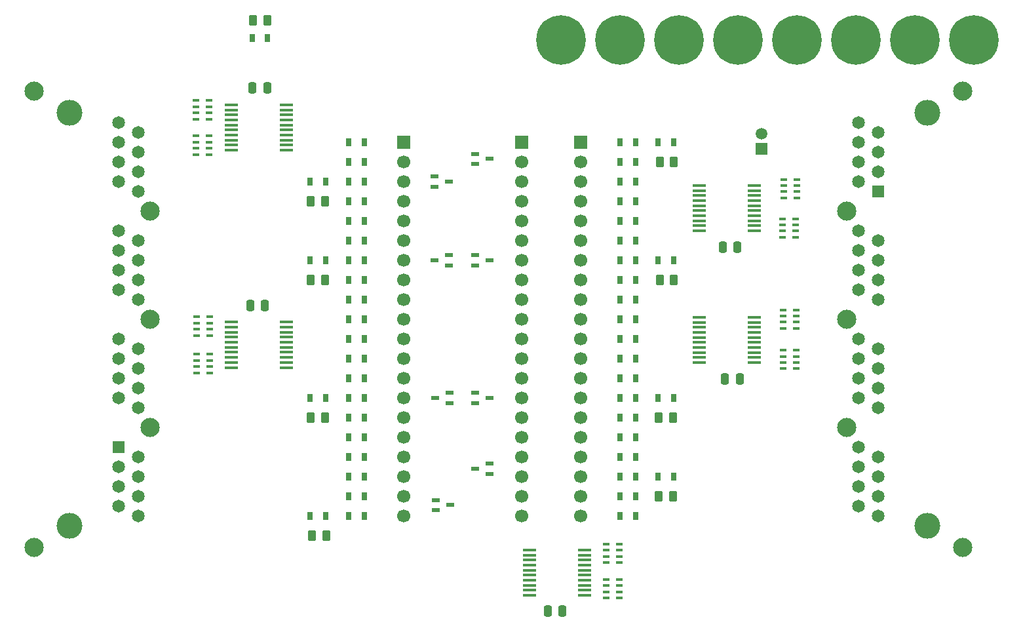
<source format=gts>
%TF.GenerationSoftware,KiCad,Pcbnew,9.0.7-9.0.7~ubuntu24.04.1*%
%TF.CreationDate,2026-01-12T12:44:33+02:00*%
%TF.ProjectId,HCP65 40 Pin Tester,48435036-3520-4343-9020-50696e205465,V1*%
%TF.SameCoordinates,Original*%
%TF.FileFunction,Soldermask,Top*%
%TF.FilePolarity,Negative*%
%FSLAX46Y46*%
G04 Gerber Fmt 4.6, Leading zero omitted, Abs format (unit mm)*
G04 Created by KiCad (PCBNEW 9.0.7-9.0.7~ubuntu24.04.1) date 2026-01-12 12:44:33*
%MOMM*%
%LPD*%
G01*
G04 APERTURE LIST*
G04 Aperture macros list*
%AMRoundRect*
0 Rectangle with rounded corners*
0 $1 Rounding radius*
0 $2 $3 $4 $5 $6 $7 $8 $9 X,Y pos of 4 corners*
0 Add a 4 corners polygon primitive as box body*
4,1,4,$2,$3,$4,$5,$6,$7,$8,$9,$2,$3,0*
0 Add four circle primitives for the rounded corners*
1,1,$1+$1,$2,$3*
1,1,$1+$1,$4,$5*
1,1,$1+$1,$6,$7*
1,1,$1+$1,$8,$9*
0 Add four rect primitives between the rounded corners*
20,1,$1+$1,$2,$3,$4,$5,0*
20,1,$1+$1,$4,$5,$6,$7,0*
20,1,$1+$1,$6,$7,$8,$9,0*
20,1,$1+$1,$8,$9,$2,$3,0*%
G04 Aperture macros list end*
%ADD10RoundRect,0.250000X0.250000X0.475000X-0.250000X0.475000X-0.250000X-0.475000X0.250000X-0.475000X0*%
%ADD11R,0.800000X1.000000*%
%ADD12C,6.400000*%
%ADD13R,1.500000X1.500000*%
%ADD14C,1.500000*%
%ADD15RoundRect,0.250000X-0.262500X-0.450000X0.262500X-0.450000X0.262500X0.450000X-0.262500X0.450000X0*%
%ADD16R,1.800000X0.450000*%
%ADD17R,0.900000X0.450000*%
%ADD18R,1.000000X0.550000*%
%ADD19RoundRect,0.250000X-0.250000X-0.475000X0.250000X-0.475000X0.250000X0.475000X-0.250000X0.475000X0*%
%ADD20C,3.330000*%
%ADD21R,1.650000X1.650000*%
%ADD22C,1.650000*%
%ADD23C,2.475000*%
%ADD24R,1.700000X1.700000*%
%ADD25C,1.700000*%
G04 APERTURE END LIST*
D10*
%TO.C,C5*%
X17018000Y-23622000D03*
X18918000Y-23622000D03*
%TD*%
D11*
%TO.C,LED36*%
X66802000Y-20320000D03*
X64801999Y-20320000D03*
%TD*%
%TO.C,LED4*%
X71736500Y-35560000D03*
X69736499Y-35560000D03*
%TD*%
D12*
%TO.C,H5*%
X80010000Y10668000D03*
%TD*%
D11*
%TO.C,LED39*%
X66802000Y-12700000D03*
X64801999Y-12700000D03*
%TD*%
D12*
%TO.C,H4*%
X72390000Y10668000D03*
%TD*%
D11*
%TO.C,LED25*%
X66802000Y-7620000D03*
X64801999Y-7620000D03*
%TD*%
%TO.C,LED29*%
X29734000Y-48260000D03*
X31734001Y-48260000D03*
%TD*%
D13*
%TO.C,C10*%
X83058000Y-3429000D03*
D14*
X83058000Y-1428999D03*
%TD*%
D11*
%TO.C,LED19*%
X29734000Y-33020000D03*
X31734001Y-33020000D03*
%TD*%
D15*
%TO.C,R1*%
X24868500Y-10150000D03*
X26693500Y-10150000D03*
%TD*%
D11*
%TO.C,LED12*%
X29734000Y-10160000D03*
X31734001Y-10160000D03*
%TD*%
D15*
%TO.C,R11*%
X69810500Y-48250000D03*
X71635500Y-48250000D03*
%TD*%
D11*
%TO.C,LED14*%
X29734000Y-5080000D03*
X31734001Y-5080000D03*
%TD*%
%TO.C,LED5*%
X24767500Y-50800000D03*
X26767501Y-50800000D03*
%TD*%
%TO.C,LED46*%
X66802000Y-35560000D03*
X64801999Y-35560000D03*
%TD*%
D12*
%TO.C,H2*%
X57150000Y10668000D03*
%TD*%
D11*
%TO.C,LED20*%
X29734000Y-30480000D03*
X31734001Y-30480000D03*
%TD*%
%TO.C,LED1*%
X24767500Y-7620000D03*
X26767501Y-7620000D03*
%TD*%
D16*
%TO.C,IC4*%
X82169000Y-13978000D03*
X82169000Y-13328000D03*
X82169001Y-12678000D03*
X82169000Y-12028000D03*
X82169000Y-11378000D03*
X82169000Y-10728000D03*
X82169000Y-10078000D03*
X82169001Y-9428000D03*
X82169000Y-8778000D03*
X82169000Y-8128000D03*
X75069000Y-8128000D03*
X75069000Y-8778000D03*
X75068999Y-9428000D03*
X75069000Y-10078000D03*
X75069000Y-10728000D03*
X75069000Y-11378000D03*
X75069000Y-12028000D03*
X75068999Y-12678000D03*
X75069000Y-13328000D03*
X75069000Y-13978000D03*
%TD*%
D11*
%TO.C,LED30*%
X29734000Y-45720000D03*
X31734001Y-45720000D03*
%TD*%
D17*
%TO.C,RN1*%
X11674000Y-4121000D03*
X11674000Y-3321000D03*
X11674000Y-2521000D03*
X11674000Y-1721000D03*
X9974000Y-1721000D03*
X9974000Y-2521000D03*
X9974000Y-3321000D03*
X9974000Y-4121000D03*
%TD*%
D11*
%TO.C,LED27*%
X66802000Y-2540000D03*
X64801999Y-2540000D03*
%TD*%
D18*
%TO.C,D5*%
X40960000Y-48753000D03*
X40960000Y-50053000D03*
X42859999Y-49403000D03*
%TD*%
D11*
%TO.C,LED22*%
X29734000Y-25400000D03*
X31734001Y-25400000D03*
%TD*%
D12*
%TO.C,H6*%
X95250000Y10668000D03*
%TD*%
D11*
%TO.C,LED9*%
X29734000Y-17780000D03*
X31734001Y-17780000D03*
%TD*%
D15*
%TO.C,R7*%
X24868500Y-38090000D03*
X26693500Y-38090000D03*
%TD*%
D11*
%TO.C,LED8*%
X24767500Y-35560000D03*
X26767501Y-35560000D03*
%TD*%
%TO.C,LED34*%
X66802000Y-25400000D03*
X64801999Y-25400000D03*
%TD*%
D17*
%TO.C,RN3*%
X85930000Y-7328000D03*
X85930000Y-8128000D03*
X85930000Y-8928000D03*
X85930000Y-9728000D03*
X87630000Y-9728000D03*
X87630000Y-8928000D03*
X87630000Y-8128000D03*
X87630000Y-7328000D03*
%TD*%
D11*
%TO.C,LED26*%
X66802000Y-5080000D03*
X64801999Y-5080000D03*
%TD*%
%TO.C,LED13*%
X29734000Y-7620000D03*
X31734001Y-7620000D03*
%TD*%
%TO.C,LED21*%
X29734000Y-27940000D03*
X31734001Y-27940000D03*
%TD*%
%TO.C,LED15*%
X29734000Y-2540000D03*
X31734001Y-2540000D03*
%TD*%
%TO.C,LED43*%
X66802000Y-43180000D03*
X64801999Y-43180000D03*
%TD*%
D19*
%TO.C,C4*%
X55454000Y-63119000D03*
X57354000Y-63119000D03*
%TD*%
D11*
%TO.C,LED16*%
X29734000Y-40640000D03*
X31734001Y-40640000D03*
%TD*%
%TO.C,LED3*%
X71707000Y-17780000D03*
X69706999Y-17780000D03*
%TD*%
D19*
%TO.C,C2*%
X78370000Y-33147000D03*
X80270000Y-33147000D03*
%TD*%
D18*
%TO.C,D1*%
X40833000Y-6970000D03*
X40833000Y-8270000D03*
X42732999Y-7620000D03*
%TD*%
D17*
%TO.C,RN6*%
X11801000Y-27489000D03*
X11801000Y-26689000D03*
X11801000Y-25889000D03*
X11801000Y-25089000D03*
X10101000Y-25089000D03*
X10101000Y-25889000D03*
X10101000Y-26689000D03*
X10101000Y-27489000D03*
%TD*%
D16*
%TO.C,IC1*%
X14611000Y2290000D03*
X14611000Y1640000D03*
X14610999Y990000D03*
X14611000Y340000D03*
X14611000Y-310000D03*
X14611000Y-960000D03*
X14611000Y-1610000D03*
X14610999Y-2260000D03*
X14611000Y-2910000D03*
X14611000Y-3560000D03*
X21711000Y-3560000D03*
X21711000Y-2910000D03*
X21711001Y-2260000D03*
X21711000Y-1610000D03*
X21711000Y-960000D03*
X21711000Y-310000D03*
X21711000Y340000D03*
X21711001Y990000D03*
X21711000Y1640000D03*
X21711000Y2290000D03*
%TD*%
%TO.C,IC3*%
X60198000Y-61050000D03*
X60198000Y-60400000D03*
X60198001Y-59750000D03*
X60198000Y-59100000D03*
X60198000Y-58450000D03*
X60198000Y-57800000D03*
X60198000Y-57150000D03*
X60198001Y-56500000D03*
X60198000Y-55850000D03*
X60198000Y-55200000D03*
X53098000Y-55200000D03*
X53098000Y-55850000D03*
X53097999Y-56500000D03*
X53098000Y-57150000D03*
X53098000Y-57800000D03*
X53098000Y-58450000D03*
X53098000Y-59100000D03*
X53097999Y-59750000D03*
X53098000Y-60400000D03*
X53098000Y-61050000D03*
%TD*%
D11*
%TO.C,LED6*%
X71736500Y-2540000D03*
X69736499Y-2540000D03*
%TD*%
D17*
%TO.C,RN9*%
X63008000Y-58998000D03*
X63008000Y-59798000D03*
X63008000Y-60598000D03*
X63008000Y-61398000D03*
X64708000Y-61398000D03*
X64708000Y-60598000D03*
X64708000Y-59798000D03*
X64708000Y-58998000D03*
%TD*%
D11*
%TO.C,LED17*%
X29734000Y-38100000D03*
X31734001Y-38100000D03*
%TD*%
%TO.C,LED18*%
X29734000Y-35560000D03*
X31734001Y-35560000D03*
%TD*%
%TO.C,LED49*%
X17272000Y10922000D03*
X19272001Y10922000D03*
%TD*%
D10*
%TO.C,C1*%
X19234000Y4460000D03*
X17334000Y4460000D03*
%TD*%
D20*
%TO.C,J1*%
X-6350000Y1270000D03*
X-6350000Y-52070000D03*
D21*
X0Y-41910000D03*
D22*
X2540000Y-43180000D03*
X0Y-44450000D03*
X2540000Y-45720000D03*
X0Y-46989999D03*
X2540000Y-48260000D03*
X0Y-49530000D03*
X2540000Y-50800000D03*
X0Y-27940000D03*
X2540000Y-29210000D03*
X0Y-30479999D03*
X2540000Y-31750000D03*
X0Y-33020000D03*
X2540000Y-34290000D03*
X0Y-35560000D03*
X2540000Y-36830000D03*
X0Y-13970001D03*
X2540000Y-15240000D03*
X0Y-16510000D03*
X2540000Y-17780000D03*
X0Y-19050000D03*
X2540000Y-20320000D03*
X0Y-21590000D03*
X2540000Y-22860000D03*
X0Y0D03*
X2540000Y-1270000D03*
X0Y-2540000D03*
X2540000Y-3810000D03*
X0Y-5080000D03*
X2540000Y-6350000D03*
X0Y-7619999D03*
X2540000Y-8890000D03*
D23*
X-10920000Y4060000D03*
X4060000Y-11430000D03*
X4060000Y-25400001D03*
X4060000Y-39370000D03*
X-10920000Y-54860000D03*
%TD*%
D11*
%TO.C,LED37*%
X66802000Y-17780000D03*
X64801999Y-17780000D03*
%TD*%
D12*
%TO.C,H1*%
X110490000Y10668000D03*
%TD*%
D11*
%TO.C,LED31*%
X29734000Y-43180000D03*
X31734001Y-43180000D03*
%TD*%
D17*
%TO.C,RN2*%
X11674000Y451000D03*
X11674000Y1251000D03*
X11674000Y2051000D03*
X11674000Y2851000D03*
X9974000Y2851000D03*
X9974000Y2051000D03*
X9974000Y1251000D03*
X9974000Y451000D03*
%TD*%
D11*
%TO.C,LED42*%
X66802000Y-45720000D03*
X64801999Y-45720000D03*
%TD*%
D18*
%TO.C,D8*%
X42794000Y-36210000D03*
X42794000Y-34910000D03*
X40894001Y-35560000D03*
%TD*%
D11*
%TO.C,LED44*%
X66802000Y-40640000D03*
X64801999Y-40640000D03*
%TD*%
D15*
%TO.C,R4*%
X24995500Y-53330000D03*
X26820500Y-53330000D03*
%TD*%
D19*
%TO.C,C3*%
X78066000Y-16103000D03*
X79966000Y-16103000D03*
%TD*%
D24*
%TO.C,J8*%
X36830000Y-2540000D03*
D25*
X36830000Y-5080000D03*
X36830000Y-7619999D03*
X36830000Y-10160000D03*
X36830000Y-12700000D03*
X36830000Y-15240000D03*
X36830000Y-17780000D03*
X36830000Y-20320001D03*
X36830000Y-22860000D03*
X36830000Y-25400000D03*
X36830000Y-27940000D03*
X36830000Y-30479999D03*
X36830000Y-33020000D03*
X36830000Y-35560000D03*
X36830000Y-38100000D03*
X36830000Y-40639999D03*
X36830000Y-43180001D03*
X36830000Y-45720000D03*
X36830000Y-48260000D03*
X36830000Y-50800000D03*
%TD*%
D18*
%TO.C,D7*%
X42733000Y-18430000D03*
X42733000Y-17130000D03*
X40833001Y-17780000D03*
%TD*%
D12*
%TO.C,H7*%
X87630000Y10668000D03*
%TD*%
D11*
%TO.C,LED7*%
X24767500Y-17780000D03*
X26767501Y-17780000D03*
%TD*%
D12*
%TO.C,H8*%
X102870000Y10668000D03*
%TD*%
D11*
%TO.C,LED23*%
X29734000Y-22860000D03*
X31734001Y-22860000D03*
%TD*%
%TO.C,LED24*%
X66802000Y-10160000D03*
X64801999Y-10160000D03*
%TD*%
D18*
%TO.C,D6*%
X46040000Y-4049000D03*
X46040000Y-5349000D03*
X47939999Y-4699000D03*
%TD*%
D11*
%TO.C,LED35*%
X66802000Y-22860000D03*
X64801999Y-22860000D03*
%TD*%
%TO.C,LED10*%
X29734000Y-15240000D03*
X31734001Y-15240000D03*
%TD*%
D17*
%TO.C,RN4*%
X85803000Y-12408000D03*
X85803000Y-13208000D03*
X85803000Y-14008000D03*
X85803000Y-14808000D03*
X87503000Y-14808000D03*
X87503000Y-14008000D03*
X87503000Y-13208000D03*
X87503000Y-12408000D03*
%TD*%
D24*
%TO.C,J3*%
X52070000Y-2540000D03*
D25*
X52070000Y-5080000D03*
X52070000Y-7619999D03*
X52070000Y-10160000D03*
X52070000Y-12700000D03*
X52070000Y-15240000D03*
X52070000Y-17780000D03*
X52070000Y-20320001D03*
X52070000Y-22860000D03*
X52070000Y-25400000D03*
X52070000Y-27940000D03*
X52070000Y-30479999D03*
X52070000Y-33020000D03*
X52070000Y-35560000D03*
X52070000Y-38100000D03*
X52070000Y-40639999D03*
X52070000Y-43180001D03*
X52070000Y-45720000D03*
X52070000Y-48260000D03*
X52070000Y-50800000D03*
%TD*%
D11*
%TO.C,LED47*%
X66802000Y-33020000D03*
X64801999Y-33020000D03*
%TD*%
D17*
%TO.C,RN10*%
X63008000Y-54426000D03*
X63008000Y-55226000D03*
X63008000Y-56026000D03*
X63008000Y-56826000D03*
X64708000Y-56826000D03*
X64708000Y-56026000D03*
X64708000Y-55226000D03*
X64708000Y-54426000D03*
%TD*%
D11*
%TO.C,LED33*%
X66802000Y-27940000D03*
X64801999Y-27940000D03*
%TD*%
D17*
%TO.C,RN5*%
X11801000Y-32315000D03*
X11801000Y-31515000D03*
X11801000Y-30715000D03*
X11801000Y-29915000D03*
X10101000Y-29915000D03*
X10101000Y-30715000D03*
X10101000Y-31515000D03*
X10101000Y-32315000D03*
%TD*%
D11*
%TO.C,LED32*%
X66802000Y-30480000D03*
X64801999Y-30480000D03*
%TD*%
D18*
%TO.C,D4*%
X46040000Y-34910000D03*
X46040000Y-36210000D03*
X47939999Y-35560000D03*
%TD*%
D20*
%TO.C,J4*%
X104523500Y-52070000D03*
X104523500Y1270000D03*
D21*
X98173500Y-8890000D03*
D22*
X95633500Y-7620000D03*
X98173500Y-6350000D03*
X95633500Y-5080000D03*
X98173500Y-3810001D03*
X95633500Y-2540000D03*
X98173500Y-1270000D03*
X95633500Y0D03*
X98173500Y-22860000D03*
X95633500Y-21590000D03*
X98173500Y-20320001D03*
X95633500Y-19050000D03*
X98173500Y-17780000D03*
X95633500Y-16510000D03*
X98173500Y-15240000D03*
X95633500Y-13970000D03*
X98173500Y-36829999D03*
X95633500Y-35560000D03*
X98173500Y-34290000D03*
X95633500Y-33020000D03*
X98173500Y-31750000D03*
X95633500Y-30480000D03*
X98173500Y-29210000D03*
X95633500Y-27940000D03*
X98173500Y-50800000D03*
X95633500Y-49530000D03*
X98173500Y-48260000D03*
X95633500Y-46990000D03*
X98173500Y-45720000D03*
X95633500Y-44450000D03*
X98173500Y-43180001D03*
X95633500Y-41910000D03*
D23*
X109093500Y-54860000D03*
X94113500Y-39370000D03*
X94113500Y-25399999D03*
X94113500Y-11430000D03*
X109093500Y4060000D03*
%TD*%
D18*
%TO.C,D3*%
X46040000Y-17130000D03*
X46040000Y-18430000D03*
X47939999Y-17780000D03*
%TD*%
D24*
%TO.C,J9*%
X59690000Y-2540000D03*
D25*
X59690000Y-5080000D03*
X59690000Y-7619999D03*
X59690000Y-10160000D03*
X59690000Y-12700000D03*
X59690000Y-15240000D03*
X59690000Y-17780000D03*
X59690000Y-20320001D03*
X59690000Y-22860000D03*
X59690000Y-25400000D03*
X59690000Y-27940000D03*
X59690000Y-30479999D03*
X59690000Y-33020000D03*
X59690000Y-35560000D03*
X59690000Y-38100000D03*
X59690000Y-40639999D03*
X59690000Y-43180001D03*
X59690000Y-45720000D03*
X59690000Y-48260000D03*
X59690000Y-50800000D03*
%TD*%
D11*
%TO.C,LED28*%
X29734000Y-50800000D03*
X31734001Y-50800000D03*
%TD*%
D17*
%TO.C,RN7*%
X85852000Y-24181000D03*
X85852000Y-24981000D03*
X85852000Y-25781000D03*
X85852000Y-26581000D03*
X87552000Y-26581000D03*
X87552000Y-25781000D03*
X87552000Y-24981000D03*
X87552000Y-24181000D03*
%TD*%
D11*
%TO.C,LED11*%
X29734000Y-12700000D03*
X31734001Y-12700000D03*
%TD*%
%TO.C,LED45*%
X66802000Y-38100000D03*
X64801999Y-38100000D03*
%TD*%
%TO.C,LED2*%
X71736500Y-45720000D03*
X69736499Y-45720000D03*
%TD*%
D12*
%TO.C,H3*%
X64770000Y10668000D03*
%TD*%
D16*
%TO.C,IC5*%
X75069000Y-30996000D03*
X75069000Y-30346000D03*
X75068999Y-29696000D03*
X75069000Y-29046000D03*
X75069000Y-28396000D03*
X75069000Y-27746000D03*
X75069000Y-27096000D03*
X75068999Y-26446000D03*
X75069000Y-25796000D03*
X75069000Y-25146000D03*
X82169000Y-25146000D03*
X82169000Y-25796000D03*
X82169001Y-26446000D03*
X82169000Y-27096000D03*
X82169000Y-27746000D03*
X82169000Y-28396000D03*
X82169000Y-29046000D03*
X82169001Y-29696000D03*
X82169000Y-30346000D03*
X82169000Y-30996000D03*
%TD*%
D15*
%TO.C,R3*%
X69810500Y-38090000D03*
X71635500Y-38090000D03*
%TD*%
D16*
%TO.C,IC2*%
X14611000Y-25777000D03*
X14611000Y-26427000D03*
X14610999Y-27077000D03*
X14611000Y-27727000D03*
X14611000Y-28377000D03*
X14611000Y-29027000D03*
X14611000Y-29677000D03*
X14610999Y-30327000D03*
X14611000Y-30977000D03*
X14611000Y-31627000D03*
X21711000Y-31627000D03*
X21711000Y-30977000D03*
X21711001Y-30327000D03*
X21711000Y-29677000D03*
X21711000Y-29027000D03*
X21711000Y-28377000D03*
X21711000Y-27727000D03*
X21711001Y-27077000D03*
X21711000Y-26427000D03*
X21711000Y-25777000D03*
%TD*%
D11*
%TO.C,LED38*%
X66802000Y-15240000D03*
X64801999Y-15240000D03*
%TD*%
D15*
%TO.C,R12*%
X17375500Y13218000D03*
X19200500Y13218000D03*
%TD*%
%TO.C,R5*%
X69937500Y-5070000D03*
X71762500Y-5070000D03*
%TD*%
D11*
%TO.C,LED40*%
X66802000Y-50800000D03*
X64801999Y-50800000D03*
%TD*%
D17*
%TO.C,RN8*%
X85852000Y-29388000D03*
X85852000Y-30188000D03*
X85852000Y-30988000D03*
X85852000Y-31788000D03*
X87552000Y-31788000D03*
X87552000Y-30988000D03*
X87552000Y-30188000D03*
X87552000Y-29388000D03*
%TD*%
D15*
%TO.C,R2*%
X69937500Y-20310000D03*
X71762500Y-20310000D03*
%TD*%
D11*
%TO.C,LED41*%
X66802000Y-48260000D03*
X64801999Y-48260000D03*
%TD*%
D15*
%TO.C,R6*%
X24868500Y-20310000D03*
X26693500Y-20310000D03*
%TD*%
D11*
%TO.C,LED48*%
X29734000Y-20320000D03*
X31734001Y-20320000D03*
%TD*%
D18*
%TO.C,D2*%
X47940000Y-45354000D03*
X47940000Y-44054000D03*
X46040001Y-44704000D03*
%TD*%
M02*

</source>
